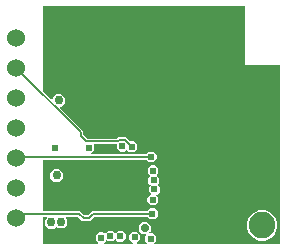
<source format=gbr>
G04 EAGLE Gerber X2 export*
%TF.Part,Single*%
%TF.FileFunction,Copper,L3,Inr,Mixed*%
%TF.FilePolarity,Positive*%
%TF.GenerationSoftware,Autodesk,EAGLE,9.0.0*%
%TF.CreationDate,2018-06-19T20:47:43Z*%
G75*
%MOMM*%
%FSLAX34Y34*%
%LPD*%
%AMOC8*
5,1,8,0,0,1.08239X$1,22.5*%
G01*
%ADD10C,1.524000*%
%ADD11C,0.609600*%
%ADD12C,0.152400*%
%ADD13C,0.660400*%
%ADD14C,2.250000*%
%ADD15C,0.756400*%
%ADD16C,0.706400*%

G36*
X45682Y-750D02*
X45682Y-750D01*
X45753Y-748D01*
X45802Y-730D01*
X45854Y-722D01*
X45917Y-688D01*
X45984Y-663D01*
X46025Y-631D01*
X46071Y-606D01*
X46121Y-554D01*
X46177Y-510D01*
X46205Y-466D01*
X46241Y-428D01*
X46271Y-363D01*
X46310Y-303D01*
X46322Y-252D01*
X46344Y-205D01*
X46352Y-134D01*
X46370Y-64D01*
X46366Y-12D01*
X46371Y39D01*
X46356Y110D01*
X46350Y181D01*
X46330Y229D01*
X46319Y280D01*
X46282Y341D01*
X46254Y407D01*
X46209Y463D01*
X46193Y491D01*
X46175Y506D01*
X46149Y538D01*
X44040Y2647D01*
X44040Y6436D01*
X46719Y9114D01*
X50507Y9114D01*
X51262Y8359D01*
X51279Y8347D01*
X51291Y8332D01*
X51378Y8276D01*
X51462Y8215D01*
X51481Y8210D01*
X51498Y8199D01*
X51598Y8173D01*
X51697Y8143D01*
X51717Y8144D01*
X51736Y8139D01*
X51839Y8147D01*
X51943Y8149D01*
X51962Y8156D01*
X51982Y8158D01*
X52076Y8198D01*
X52174Y8234D01*
X52190Y8246D01*
X52208Y8254D01*
X52339Y8359D01*
X54607Y10627D01*
X58396Y10627D01*
X60200Y8822D01*
X60217Y8811D01*
X60229Y8795D01*
X60316Y8739D01*
X60400Y8679D01*
X60419Y8673D01*
X60436Y8662D01*
X60536Y8637D01*
X60635Y8607D01*
X60655Y8607D01*
X60675Y8602D01*
X60777Y8610D01*
X60881Y8613D01*
X60900Y8620D01*
X60920Y8621D01*
X61015Y8662D01*
X61112Y8697D01*
X61128Y8710D01*
X61146Y8718D01*
X61277Y8822D01*
X62796Y10341D01*
X66584Y10341D01*
X69262Y7662D01*
X69262Y3874D01*
X66584Y1196D01*
X62796Y1196D01*
X60991Y3000D01*
X60975Y3012D01*
X60962Y3028D01*
X60875Y3084D01*
X60791Y3144D01*
X60772Y3150D01*
X60755Y3161D01*
X60655Y3186D01*
X60556Y3216D01*
X60536Y3216D01*
X60517Y3221D01*
X60414Y3213D01*
X60310Y3210D01*
X60291Y3203D01*
X60271Y3202D01*
X60177Y3161D01*
X60079Y3126D01*
X60063Y3113D01*
X60045Y3105D01*
X59914Y3000D01*
X58396Y1482D01*
X54607Y1482D01*
X53852Y2237D01*
X53836Y2249D01*
X53823Y2264D01*
X53736Y2321D01*
X53652Y2381D01*
X53633Y2387D01*
X53617Y2397D01*
X53516Y2423D01*
X53417Y2453D01*
X53397Y2453D01*
X53378Y2457D01*
X53275Y2449D01*
X53171Y2447D01*
X53153Y2440D01*
X53133Y2438D01*
X53038Y2398D01*
X52940Y2362D01*
X52925Y2350D01*
X52906Y2342D01*
X52776Y2237D01*
X51077Y538D01*
X51035Y480D01*
X50985Y428D01*
X50963Y381D01*
X50933Y339D01*
X50912Y270D01*
X50882Y205D01*
X50876Y153D01*
X50861Y103D01*
X50863Y32D01*
X50855Y-39D01*
X50866Y-90D01*
X50867Y-142D01*
X50892Y-210D01*
X50907Y-280D01*
X50934Y-324D01*
X50952Y-373D01*
X50996Y-429D01*
X51033Y-491D01*
X51073Y-525D01*
X51105Y-565D01*
X51166Y-604D01*
X51220Y-651D01*
X51268Y-670D01*
X51312Y-698D01*
X51382Y-716D01*
X51448Y-743D01*
X51520Y-751D01*
X51551Y-759D01*
X51574Y-757D01*
X51615Y-761D01*
X74694Y-761D01*
X74765Y-750D01*
X74836Y-748D01*
X74885Y-730D01*
X74937Y-722D01*
X75000Y-688D01*
X75067Y-663D01*
X75108Y-631D01*
X75154Y-606D01*
X75204Y-554D01*
X75260Y-510D01*
X75288Y-466D01*
X75324Y-428D01*
X75354Y-363D01*
X75393Y-303D01*
X75405Y-252D01*
X75427Y-205D01*
X75435Y-134D01*
X75453Y-64D01*
X75449Y-12D01*
X75454Y39D01*
X75439Y110D01*
X75433Y181D01*
X75413Y229D01*
X75402Y280D01*
X75365Y341D01*
X75337Y407D01*
X75292Y463D01*
X75276Y491D01*
X75258Y506D01*
X75232Y538D01*
X72531Y3240D01*
X72531Y7028D01*
X75210Y9706D01*
X78998Y9706D01*
X81677Y7028D01*
X81677Y3240D01*
X78975Y538D01*
X78933Y480D01*
X78884Y428D01*
X78862Y381D01*
X78832Y339D01*
X78811Y270D01*
X78780Y205D01*
X78775Y153D01*
X78759Y103D01*
X78761Y32D01*
X78753Y-39D01*
X78764Y-90D01*
X78766Y-142D01*
X78790Y-210D01*
X78806Y-280D01*
X78832Y-325D01*
X78850Y-373D01*
X78895Y-429D01*
X78932Y-491D01*
X78971Y-525D01*
X79004Y-565D01*
X79064Y-604D01*
X79119Y-651D01*
X79167Y-670D01*
X79211Y-698D01*
X79280Y-716D01*
X79347Y-743D01*
X79418Y-751D01*
X79449Y-759D01*
X79473Y-757D01*
X79514Y-761D01*
X86871Y-761D01*
X86942Y-750D01*
X87014Y-748D01*
X87063Y-730D01*
X87114Y-722D01*
X87177Y-688D01*
X87245Y-663D01*
X87285Y-631D01*
X87331Y-606D01*
X87381Y-554D01*
X87437Y-510D01*
X87465Y-466D01*
X87501Y-428D01*
X87531Y-363D01*
X87570Y-303D01*
X87582Y-252D01*
X87604Y-205D01*
X87612Y-134D01*
X87630Y-64D01*
X87626Y-12D01*
X87631Y39D01*
X87616Y110D01*
X87611Y181D01*
X87590Y229D01*
X87579Y280D01*
X87542Y341D01*
X87514Y407D01*
X87469Y463D01*
X87453Y491D01*
X87435Y506D01*
X87409Y538D01*
X86020Y1928D01*
X86020Y5716D01*
X86644Y6340D01*
X86686Y6398D01*
X86735Y6450D01*
X86757Y6497D01*
X86787Y6540D01*
X86808Y6608D01*
X86839Y6673D01*
X86844Y6725D01*
X86860Y6775D01*
X86858Y6847D01*
X86866Y6918D01*
X86855Y6969D01*
X86853Y7021D01*
X86829Y7088D01*
X86813Y7158D01*
X86787Y7203D01*
X86769Y7252D01*
X86724Y7308D01*
X86687Y7369D01*
X86648Y7403D01*
X86615Y7444D01*
X86555Y7482D01*
X86500Y7529D01*
X86452Y7549D01*
X86408Y7577D01*
X86339Y7594D01*
X86272Y7621D01*
X86201Y7629D01*
X86170Y7637D01*
X86146Y7635D01*
X86105Y7640D01*
X83399Y7640D01*
X80436Y10602D01*
X80436Y14791D01*
X83399Y17753D01*
X87588Y17753D01*
X90550Y14791D01*
X90550Y10602D01*
X89643Y9694D01*
X89601Y9636D01*
X89551Y9584D01*
X89529Y9537D01*
X89499Y9495D01*
X89478Y9426D01*
X89448Y9361D01*
X89442Y9309D01*
X89427Y9259D01*
X89429Y9188D01*
X89421Y9117D01*
X89432Y9066D01*
X89433Y9014D01*
X89458Y8946D01*
X89473Y8876D01*
X89500Y8832D01*
X89517Y8783D01*
X89562Y8727D01*
X89599Y8665D01*
X89639Y8631D01*
X89671Y8591D01*
X89731Y8552D01*
X89786Y8505D01*
X89834Y8486D01*
X89878Y8458D01*
X89948Y8440D01*
X90014Y8413D01*
X90085Y8405D01*
X90117Y8397D01*
X90140Y8399D01*
X90181Y8395D01*
X92487Y8395D01*
X95165Y5716D01*
X95165Y1928D01*
X93776Y538D01*
X93734Y480D01*
X93684Y428D01*
X93662Y381D01*
X93632Y339D01*
X93611Y270D01*
X93581Y205D01*
X93575Y153D01*
X93560Y103D01*
X93562Y32D01*
X93554Y-39D01*
X93565Y-90D01*
X93566Y-142D01*
X93591Y-210D01*
X93606Y-280D01*
X93633Y-325D01*
X93651Y-373D01*
X93695Y-429D01*
X93732Y-491D01*
X93772Y-525D01*
X93804Y-565D01*
X93865Y-604D01*
X93919Y-651D01*
X93967Y-670D01*
X94011Y-698D01*
X94081Y-716D01*
X94147Y-743D01*
X94219Y-751D01*
X94250Y-759D01*
X94273Y-757D01*
X94314Y-761D01*
X199316Y-761D01*
X199336Y-758D01*
X199355Y-760D01*
X199457Y-738D01*
X199559Y-722D01*
X199576Y-712D01*
X199596Y-708D01*
X199685Y-655D01*
X199776Y-606D01*
X199790Y-592D01*
X199807Y-582D01*
X199874Y-503D01*
X199946Y-428D01*
X199954Y-410D01*
X199967Y-395D01*
X200006Y-299D01*
X200049Y-205D01*
X200051Y-185D01*
X200059Y-167D01*
X200077Y0D01*
X200077Y150000D01*
X200074Y150020D01*
X200076Y150039D01*
X200054Y150141D01*
X200038Y150243D01*
X200028Y150260D01*
X200024Y150280D01*
X199971Y150369D01*
X199922Y150460D01*
X199908Y150474D01*
X199898Y150491D01*
X199819Y150558D01*
X199744Y150630D01*
X199726Y150638D01*
X199711Y150651D01*
X199615Y150690D01*
X199521Y150733D01*
X199501Y150735D01*
X199483Y150743D01*
X199316Y150761D01*
X170761Y150761D01*
X170761Y200000D01*
X170758Y200020D01*
X170760Y200039D01*
X170738Y200141D01*
X170722Y200243D01*
X170712Y200260D01*
X170708Y200280D01*
X170655Y200369D01*
X170606Y200460D01*
X170592Y200474D01*
X170582Y200491D01*
X170503Y200558D01*
X170428Y200630D01*
X170410Y200638D01*
X170395Y200651D01*
X170299Y200690D01*
X170205Y200733D01*
X170185Y200735D01*
X170167Y200743D01*
X170000Y200761D01*
X0Y200761D01*
X-20Y200758D01*
X-39Y200760D01*
X-141Y200738D01*
X-243Y200722D01*
X-260Y200712D01*
X-280Y200708D01*
X-369Y200655D01*
X-460Y200606D01*
X-474Y200592D01*
X-491Y200582D01*
X-558Y200503D01*
X-630Y200428D01*
X-638Y200410D01*
X-651Y200395D01*
X-690Y200299D01*
X-733Y200205D01*
X-735Y200185D01*
X-743Y200167D01*
X-761Y200000D01*
X-761Y129399D01*
X-759Y129384D01*
X-760Y129373D01*
X-748Y129315D01*
X-747Y129308D01*
X-739Y129218D01*
X-727Y129188D01*
X-722Y129156D01*
X-679Y129075D01*
X-643Y128991D01*
X-617Y128959D01*
X-606Y128938D01*
X-583Y128916D01*
X-538Y128860D01*
X6229Y122093D01*
X6287Y122052D01*
X6339Y122002D01*
X6386Y121980D01*
X6428Y121950D01*
X6497Y121929D01*
X6562Y121899D01*
X6614Y121893D01*
X6663Y121877D01*
X6735Y121879D01*
X6806Y121871D01*
X6857Y121883D01*
X6909Y121884D01*
X6977Y121908D01*
X7047Y121924D01*
X7091Y121950D01*
X7140Y121968D01*
X7196Y122013D01*
X7258Y122050D01*
X7292Y122089D01*
X7332Y122122D01*
X7371Y122182D01*
X7418Y122237D01*
X7437Y122285D01*
X7465Y122329D01*
X7483Y122398D01*
X7510Y122465D01*
X7518Y122536D01*
X7525Y122567D01*
X7524Y122591D01*
X7528Y122632D01*
X7528Y123033D01*
X10637Y126142D01*
X15033Y126142D01*
X18142Y123033D01*
X18142Y118637D01*
X15033Y115528D01*
X14632Y115528D01*
X14561Y115517D01*
X14489Y115515D01*
X14440Y115497D01*
X14389Y115488D01*
X14326Y115455D01*
X14258Y115430D01*
X14218Y115398D01*
X14172Y115373D01*
X14122Y115321D01*
X14066Y115276D01*
X14038Y115233D01*
X14002Y115195D01*
X13972Y115130D01*
X13933Y115070D01*
X13920Y115019D01*
X13899Y114972D01*
X13891Y114901D01*
X13873Y114831D01*
X13877Y114779D01*
X13871Y114727D01*
X13887Y114657D01*
X13892Y114586D01*
X13913Y114538D01*
X13924Y114487D01*
X13961Y114425D01*
X13989Y114360D01*
X14033Y114304D01*
X14050Y114276D01*
X14068Y114261D01*
X14093Y114229D01*
X33665Y94657D01*
X33665Y91996D01*
X33679Y91906D01*
X33687Y91815D01*
X33699Y91786D01*
X33704Y91754D01*
X33747Y91673D01*
X33783Y91589D01*
X33809Y91557D01*
X33819Y91536D01*
X33843Y91514D01*
X33888Y91458D01*
X36710Y88635D01*
X36784Y88582D01*
X36854Y88523D01*
X36884Y88510D01*
X36910Y88492D01*
X36997Y88465D01*
X37082Y88431D01*
X37123Y88426D01*
X37145Y88419D01*
X37177Y88420D01*
X37249Y88412D01*
X61788Y88412D01*
X61878Y88427D01*
X61969Y88434D01*
X61998Y88447D01*
X62030Y88452D01*
X62111Y88495D01*
X62195Y88530D01*
X62227Y88556D01*
X62248Y88567D01*
X62270Y88590D01*
X62326Y88635D01*
X63339Y89648D01*
X69652Y89648D01*
X72824Y86476D01*
X72898Y86423D01*
X72968Y86363D01*
X72998Y86351D01*
X73024Y86332D01*
X73111Y86306D01*
X73196Y86271D01*
X73237Y86267D01*
X73259Y86260D01*
X73291Y86261D01*
X73363Y86253D01*
X76280Y86253D01*
X78959Y83574D01*
X78959Y79786D01*
X76280Y77107D01*
X72492Y77107D01*
X70805Y78794D01*
X70789Y78806D01*
X70777Y78821D01*
X70690Y78877D01*
X70606Y78938D01*
X70587Y78943D01*
X70570Y78954D01*
X70469Y78979D01*
X70371Y79010D01*
X70351Y79009D01*
X70331Y79014D01*
X70228Y79006D01*
X70125Y79004D01*
X70106Y78997D01*
X70086Y78995D01*
X69991Y78955D01*
X69894Y78919D01*
X69878Y78907D01*
X69860Y78899D01*
X69729Y78794D01*
X68390Y77455D01*
X64601Y77455D01*
X61923Y80133D01*
X61923Y83078D01*
X61919Y83097D01*
X61922Y83117D01*
X61900Y83218D01*
X61883Y83320D01*
X61874Y83338D01*
X61869Y83357D01*
X61816Y83446D01*
X61768Y83538D01*
X61753Y83551D01*
X61743Y83568D01*
X61664Y83636D01*
X61589Y83707D01*
X61571Y83715D01*
X61556Y83728D01*
X61460Y83767D01*
X61366Y83811D01*
X61347Y83813D01*
X61328Y83820D01*
X61161Y83839D01*
X43030Y83839D01*
X42960Y83827D01*
X42888Y83825D01*
X42839Y83807D01*
X42788Y83799D01*
X42724Y83766D01*
X42657Y83741D01*
X42616Y83708D01*
X42570Y83684D01*
X42521Y83632D01*
X42465Y83587D01*
X42437Y83543D01*
X42401Y83506D01*
X42371Y83441D01*
X42332Y83380D01*
X42319Y83330D01*
X42297Y83283D01*
X42289Y83211D01*
X42272Y83142D01*
X42276Y83090D01*
X42270Y83038D01*
X42285Y82968D01*
X42291Y82896D01*
X42311Y82849D01*
X42322Y82798D01*
X42359Y82736D01*
X42387Y82670D01*
X42432Y82614D01*
X42449Y82587D01*
X42466Y82571D01*
X42492Y82539D01*
X42662Y82369D01*
X42662Y78581D01*
X40665Y76584D01*
X40623Y76526D01*
X40574Y76474D01*
X40552Y76426D01*
X40521Y76384D01*
X40500Y76316D01*
X40470Y76251D01*
X40464Y76199D01*
X40449Y76149D01*
X40451Y76077D01*
X40443Y76006D01*
X40454Y75955D01*
X40455Y75903D01*
X40480Y75836D01*
X40495Y75766D01*
X40522Y75721D01*
X40540Y75672D01*
X40585Y75616D01*
X40621Y75555D01*
X40661Y75521D01*
X40693Y75480D01*
X40754Y75441D01*
X40808Y75395D01*
X40856Y75375D01*
X40900Y75347D01*
X40970Y75330D01*
X41036Y75303D01*
X41108Y75295D01*
X41139Y75287D01*
X41162Y75289D01*
X41203Y75284D01*
X86471Y75284D01*
X86561Y75299D01*
X86652Y75306D01*
X86682Y75319D01*
X86714Y75324D01*
X86794Y75367D01*
X86878Y75403D01*
X86910Y75428D01*
X86931Y75439D01*
X86953Y75463D01*
X87009Y75507D01*
X89072Y77570D01*
X92860Y77570D01*
X95539Y74892D01*
X95539Y71104D01*
X92860Y68425D01*
X89072Y68425D01*
X87009Y70488D01*
X86935Y70541D01*
X86866Y70601D01*
X86836Y70613D01*
X86809Y70631D01*
X86722Y70658D01*
X86638Y70692D01*
X86597Y70697D01*
X86574Y70704D01*
X86542Y70703D01*
X86471Y70711D01*
X0Y70711D01*
X-20Y70708D01*
X-39Y70710D01*
X-141Y70688D01*
X-243Y70671D01*
X-260Y70662D01*
X-280Y70658D01*
X-369Y70604D01*
X-460Y70556D01*
X-474Y70542D01*
X-491Y70531D01*
X-558Y70453D01*
X-630Y70378D01*
X-638Y70360D01*
X-651Y70345D01*
X-690Y70248D01*
X-733Y70155D01*
X-735Y70135D01*
X-743Y70116D01*
X-761Y69950D01*
X-761Y27889D01*
X-758Y27869D01*
X-760Y27850D01*
X-738Y27748D01*
X-722Y27646D01*
X-712Y27629D01*
X-708Y27609D01*
X-655Y27520D01*
X-606Y27429D01*
X-592Y27415D01*
X-582Y27398D01*
X-503Y27331D01*
X-428Y27259D01*
X-410Y27251D01*
X-395Y27238D01*
X-299Y27199D01*
X-205Y27156D01*
X-185Y27154D01*
X-167Y27146D01*
X0Y27128D01*
X31063Y27128D01*
X34515Y23676D01*
X34589Y23623D01*
X34658Y23563D01*
X34688Y23551D01*
X34715Y23532D01*
X34801Y23505D01*
X34886Y23471D01*
X34927Y23467D01*
X34950Y23460D01*
X34982Y23461D01*
X35053Y23453D01*
X36947Y23453D01*
X37037Y23467D01*
X37128Y23475D01*
X37158Y23487D01*
X37190Y23492D01*
X37270Y23535D01*
X37354Y23571D01*
X37386Y23597D01*
X37407Y23608D01*
X37429Y23631D01*
X37485Y23676D01*
X40937Y27128D01*
X87588Y27128D01*
X87678Y27142D01*
X87769Y27150D01*
X87799Y27162D01*
X87831Y27167D01*
X87911Y27210D01*
X87995Y27246D01*
X88027Y27272D01*
X88048Y27283D01*
X88070Y27306D01*
X88126Y27351D01*
X90189Y29414D01*
X93977Y29414D01*
X96656Y26735D01*
X96656Y22947D01*
X93977Y20268D01*
X90189Y20268D01*
X88126Y22331D01*
X88052Y22384D01*
X87983Y22444D01*
X87952Y22456D01*
X87926Y22475D01*
X87839Y22502D01*
X87754Y22536D01*
X87714Y22540D01*
X87691Y22547D01*
X87659Y22546D01*
X87588Y22554D01*
X43147Y22554D01*
X43057Y22540D01*
X42966Y22532D01*
X42936Y22520D01*
X42904Y22515D01*
X42824Y22472D01*
X42740Y22436D01*
X42708Y22410D01*
X42687Y22399D01*
X42665Y22376D01*
X42609Y22331D01*
X39157Y18879D01*
X32843Y18879D01*
X29391Y22331D01*
X29317Y22384D01*
X29248Y22444D01*
X29218Y22456D01*
X29192Y22475D01*
X29105Y22502D01*
X29020Y22536D01*
X28979Y22540D01*
X28957Y22547D01*
X28924Y22546D01*
X28853Y22554D01*
X19375Y22554D01*
X19304Y22543D01*
X19232Y22541D01*
X19183Y22523D01*
X19132Y22515D01*
X19068Y22481D01*
X19001Y22456D01*
X18960Y22424D01*
X18914Y22399D01*
X18865Y22347D01*
X18809Y22303D01*
X18781Y22259D01*
X18745Y22221D01*
X18715Y22156D01*
X18676Y22096D01*
X18663Y22045D01*
X18641Y21998D01*
X18634Y21927D01*
X18616Y21857D01*
X18620Y21805D01*
X18614Y21754D01*
X18630Y21683D01*
X18635Y21612D01*
X18656Y21564D01*
X18667Y21513D01*
X18703Y21452D01*
X18731Y21386D01*
X18776Y21330D01*
X18793Y21302D01*
X18811Y21287D01*
X18836Y21255D01*
X19958Y20133D01*
X19958Y15737D01*
X16850Y12628D01*
X12453Y12628D01*
X11310Y13772D01*
X11294Y13783D01*
X11281Y13799D01*
X11194Y13855D01*
X11110Y13915D01*
X11091Y13921D01*
X11074Y13932D01*
X10974Y13957D01*
X10875Y13987D01*
X10855Y13987D01*
X10836Y13992D01*
X10733Y13984D01*
X10629Y13981D01*
X10610Y13974D01*
X10590Y13973D01*
X10496Y13932D01*
X10398Y13897D01*
X10382Y13884D01*
X10364Y13876D01*
X10233Y13772D01*
X8783Y12321D01*
X4387Y12321D01*
X1278Y15430D01*
X1278Y19826D01*
X2707Y21255D01*
X2748Y21313D01*
X2798Y21365D01*
X2820Y21412D01*
X2850Y21454D01*
X2871Y21523D01*
X2901Y21588D01*
X2907Y21640D01*
X2923Y21690D01*
X2921Y21761D01*
X2929Y21832D01*
X2917Y21883D01*
X2916Y21935D01*
X2892Y22003D01*
X2876Y22073D01*
X2850Y22118D01*
X2832Y22166D01*
X2787Y22222D01*
X2750Y22284D01*
X2711Y22318D01*
X2678Y22358D01*
X2618Y22397D01*
X2563Y22444D01*
X2515Y22463D01*
X2471Y22491D01*
X2402Y22509D01*
X2335Y22536D01*
X2264Y22544D01*
X2233Y22552D01*
X2209Y22550D01*
X2168Y22554D01*
X0Y22554D01*
X-20Y22551D01*
X-39Y22553D01*
X-141Y22531D01*
X-243Y22515D01*
X-260Y22505D01*
X-280Y22501D01*
X-369Y22448D01*
X-460Y22399D01*
X-474Y22385D01*
X-491Y22375D01*
X-558Y22296D01*
X-630Y22221D01*
X-638Y22203D01*
X-651Y22188D01*
X-690Y22092D01*
X-733Y21998D01*
X-735Y21978D01*
X-743Y21960D01*
X-761Y21793D01*
X-761Y0D01*
X-758Y-20D01*
X-760Y-39D01*
X-738Y-141D01*
X-722Y-243D01*
X-712Y-260D01*
X-708Y-280D01*
X-655Y-369D01*
X-606Y-460D01*
X-592Y-474D01*
X-582Y-491D01*
X-503Y-558D01*
X-428Y-630D01*
X-410Y-638D01*
X-395Y-651D01*
X-299Y-690D01*
X-205Y-733D01*
X-185Y-735D01*
X-167Y-743D01*
X0Y-761D01*
X45611Y-761D01*
X45682Y-750D01*
G37*
%LPC*%
G36*
X182459Y2225D02*
X182459Y2225D01*
X177764Y4170D01*
X174170Y7764D01*
X172225Y12459D01*
X172225Y17541D01*
X174170Y22236D01*
X177764Y25830D01*
X182459Y27775D01*
X187541Y27775D01*
X192236Y25830D01*
X195830Y22236D01*
X197775Y17541D01*
X197775Y12459D01*
X195830Y7764D01*
X192236Y4170D01*
X187541Y2225D01*
X182459Y2225D01*
G37*
%LPD*%
%LPC*%
G36*
X90501Y32066D02*
X90501Y32066D01*
X87823Y34745D01*
X87823Y38533D01*
X90451Y41161D01*
X90462Y41177D01*
X90478Y41189D01*
X90534Y41277D01*
X90594Y41360D01*
X90600Y41379D01*
X90611Y41396D01*
X90636Y41497D01*
X90667Y41596D01*
X90666Y41615D01*
X90671Y41635D01*
X90663Y41738D01*
X90660Y41841D01*
X90653Y41860D01*
X90652Y41880D01*
X90612Y41975D01*
X90576Y42072D01*
X90563Y42088D01*
X90556Y42106D01*
X90451Y42237D01*
X89111Y43577D01*
X89111Y47365D01*
X90248Y48502D01*
X90260Y48518D01*
X90275Y48530D01*
X90331Y48617D01*
X90392Y48701D01*
X90398Y48720D01*
X90408Y48737D01*
X90434Y48838D01*
X90464Y48936D01*
X90464Y48956D01*
X90468Y48976D01*
X90460Y49079D01*
X90458Y49182D01*
X90451Y49201D01*
X90449Y49221D01*
X90409Y49316D01*
X90373Y49413D01*
X90361Y49429D01*
X90353Y49447D01*
X90248Y49578D01*
X88630Y51197D01*
X88630Y54985D01*
X89969Y56324D01*
X89981Y56340D01*
X89996Y56353D01*
X90052Y56440D01*
X90113Y56524D01*
X90118Y56543D01*
X90129Y56560D01*
X90155Y56660D01*
X90185Y56759D01*
X90184Y56779D01*
X90189Y56798D01*
X90181Y56901D01*
X90179Y57005D01*
X90172Y57024D01*
X90170Y57044D01*
X90130Y57138D01*
X90094Y57236D01*
X90082Y57252D01*
X90074Y57270D01*
X89969Y57401D01*
X88042Y59328D01*
X88042Y63116D01*
X90721Y65794D01*
X94509Y65794D01*
X97188Y63116D01*
X97188Y59328D01*
X95848Y57988D01*
X95837Y57972D01*
X95821Y57960D01*
X95765Y57872D01*
X95705Y57789D01*
X95699Y57770D01*
X95688Y57753D01*
X95663Y57652D01*
X95632Y57553D01*
X95633Y57534D01*
X95628Y57514D01*
X95636Y57411D01*
X95639Y57308D01*
X95646Y57289D01*
X95647Y57269D01*
X95688Y57174D01*
X95723Y57077D01*
X95736Y57061D01*
X95744Y57043D01*
X95848Y56912D01*
X97775Y54985D01*
X97775Y51197D01*
X96638Y50060D01*
X96627Y50044D01*
X96611Y50031D01*
X96555Y49944D01*
X96495Y49860D01*
X96489Y49841D01*
X96478Y49824D01*
X96453Y49724D01*
X96422Y49625D01*
X96423Y49605D01*
X96418Y49586D01*
X96426Y49483D01*
X96429Y49379D01*
X96436Y49360D01*
X96437Y49341D01*
X96478Y49246D01*
X96513Y49148D01*
X96526Y49133D01*
X96534Y49114D01*
X96638Y48983D01*
X98257Y47365D01*
X98257Y43577D01*
X95629Y40949D01*
X95617Y40933D01*
X95602Y40920D01*
X95546Y40833D01*
X95485Y40749D01*
X95480Y40730D01*
X95469Y40713D01*
X95443Y40613D01*
X95413Y40514D01*
X95414Y40494D01*
X95409Y40475D01*
X95417Y40372D01*
X95419Y40268D01*
X95426Y40249D01*
X95428Y40229D01*
X95468Y40134D01*
X95504Y40037D01*
X95516Y40021D01*
X95524Y40003D01*
X95629Y39872D01*
X96968Y38533D01*
X96968Y34745D01*
X94290Y32066D01*
X90501Y32066D01*
G37*
%LPD*%
%LPC*%
G36*
X8802Y52090D02*
X8802Y52090D01*
X5693Y55199D01*
X5693Y59595D01*
X8802Y62704D01*
X13198Y62704D01*
X16307Y59595D01*
X16307Y55199D01*
X13198Y52090D01*
X8802Y52090D01*
G37*
%LPD*%
D10*
X-23592Y174080D03*
X-23592Y148680D03*
X-23592Y123280D03*
X-23592Y97880D03*
X-23592Y72480D03*
X-23592Y47080D03*
X-23592Y21680D03*
D11*
X90966Y72998D03*
D12*
X-23075Y72998D01*
X-23592Y72480D01*
D11*
X38089Y80475D03*
X9312Y80632D03*
X66495Y82027D03*
X74386Y81680D03*
D12*
X64286Y87361D02*
X63050Y86126D01*
X64286Y87361D02*
X68705Y87361D01*
X74386Y81680D01*
X35986Y86126D02*
X31378Y90734D01*
X31378Y93710D01*
X-23592Y148680D01*
X35986Y86126D02*
X63050Y86126D01*
D11*
X93684Y45471D03*
X93202Y53091D03*
X92615Y61222D03*
X64690Y5768D03*
X92396Y36639D03*
D13*
X71492Y41715D03*
D11*
X46000Y61500D03*
X46000Y51500D03*
X38500Y44000D03*
X46000Y31500D03*
X36000Y26500D03*
X95558Y14913D03*
X36362Y6057D03*
X24372Y4260D03*
D14*
X140000Y15000D03*
D15*
X14651Y17935D03*
X6585Y17628D03*
D16*
X85493Y12696D03*
D11*
X90593Y3822D03*
D15*
X11000Y57397D03*
X12835Y120835D03*
D11*
X48613Y4541D03*
X77104Y5134D03*
D14*
X185000Y15000D03*
D11*
X56502Y6055D03*
X92083Y24841D03*
D12*
X-20431Y24841D02*
X-23592Y21680D01*
X33791Y21166D02*
X38209Y21166D01*
X41884Y24841D02*
X92083Y24841D01*
X30116Y24841D02*
X-20431Y24841D01*
X38209Y21166D02*
X41884Y24841D01*
X33791Y21166D02*
X30116Y24841D01*
M02*

</source>
